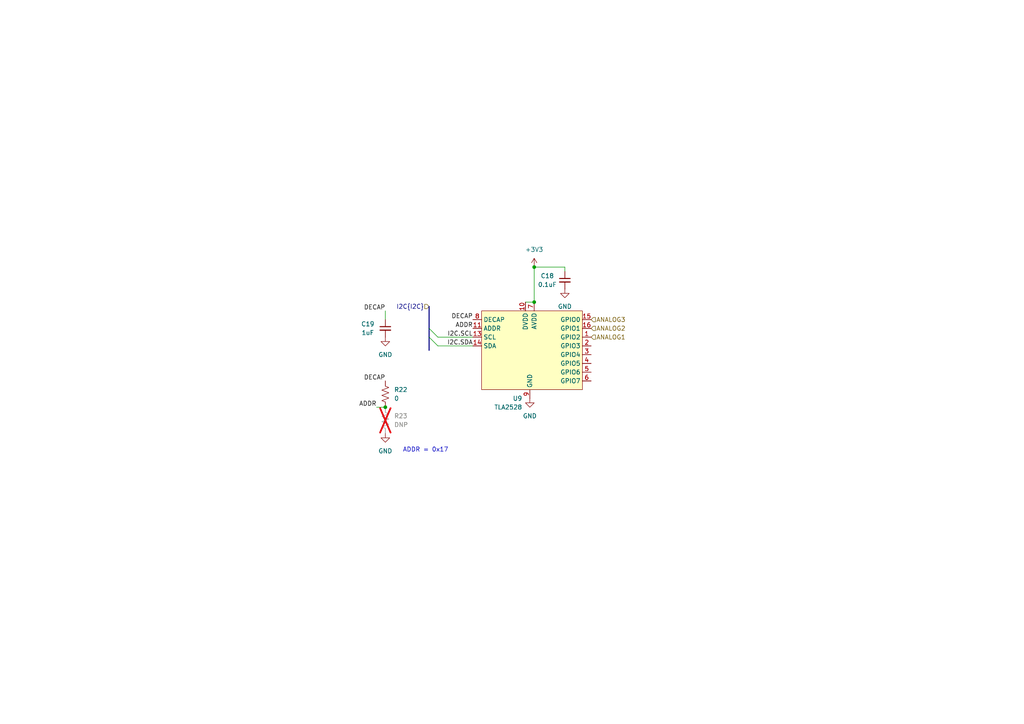
<source format=kicad_sch>
(kicad_sch (version 20231120) (generator "eeschema") (generator_version "8.0")
  (paper "A4")
  (lib_symbols
    (symbol "Device:C_Small" (pin_numbers hide) (pin_names (offset 0.254) hide)
      (property "Reference" "C" (at 0.254 1.778 0))
      (property "Value" "C_Small" (at 0.254 -2.032 0))
      (symbol "C_Small_0_1"
        (polyline (pts (xy -1.524 -0.508) (xy 1.524 -0.508)) (stroke (width 0.3302)))
        (polyline (pts (xy -1.524 0.508) (xy 1.524 0.508)) (stroke (width 0.3048)))
      )
      (symbol "C_Small_1_1"
        (pin passive line (at 0 2.54 270) (length 2.032) (name "~") (number "1"))
        (pin passive line (at 0 -2.54 90) (length 2.032) (name "~") (number "2"))
      )
    )
    (symbol "Device:R_US" (pin_numbers hide) (pin_names (offset 0))
      (property "Reference" "R" (at 2.54 0 90))
      (property "Value" "R_US" (at -2.54 0 90))
      (symbol "R_US_0_1"
        (polyline (pts (xy 0 -2.286) (xy 0 -2.54)))
        (polyline (pts (xy 0 2.286) (xy 0 2.54)))
        (polyline (pts (xy 0 -0.762) (xy 1.016 -1.143) (xy 0 -1.524) (xy -1.016 -1.905) (xy 0 -2.286)))
        (polyline (pts (xy 0 0.762) (xy 1.016 0.381) (xy 0 0) (xy -1.016 -0.381) (xy 0 -0.762)))
        (polyline (pts (xy 0 2.286) (xy 1.016 1.905) (xy 0 1.524) (xy -1.016 1.143) (xy 0 0.762)))
      )
      (symbol "R_US_1_1"
        (pin passive line (at 0 3.81 270) (length 1.27) (name "~") (number "1"))
        (pin passive line (at 0 -3.81 90) (length 1.27) (name "~") (number "2"))
      )
    )
    (symbol "SJSU_common:TLA2528"
      (property "Reference" "U" (at -0.254 14.478 0))
      (property "Value" "TLA2528" (at 0 11.938 0))
      (symbol "TLA2528_1_1"
        (rectangle (start -15.24 3.81) (end 13.97 -19.05) (fill (type background)))
        (pin tri_state line (at -17.78 -3.81 0) (length 2.54) (name "GPIO2") (number "1"))
        (pin power_in line (at 1.27 6.35 270) (length 2.54) (name "DVDD") (number "10"))
        (pin input line (at 16.51 -1.27 180) (length 2.54) (name "ADDR") (number "11"))
        (pin no_connect non_logic (at 16.51 -16.51 180) (length 2.54) hide (name "NC") (number "12"))
        (pin open_collector line (at 16.51 -3.81 180) (length 2.54) (name "SCL") (number "13"))
        (pin open_collector line (at 16.51 -6.35 180) (length 2.54) (name "SDA") (number "14"))
        (pin tri_state line (at -17.78 1.27 0) (length 2.54) (name "GPIO0") (number "15"))
        (pin tri_state line (at -17.78 -1.27 0) (length 2.54) (name "GPIO1") (number "16"))
        (pin power_out line (at 0 -21.59 90) (length 2.54) hide (name "GND") (number "17"))
        (pin tri_state line (at -17.78 -6.35 0) (length 2.54) (name "GPIO3") (number "2"))
        (pin tri_state line (at -17.78 -8.89 0) (length 2.54) (name "GPIO4") (number "3"))
        (pin tri_state line (at -17.78 -11.43 0) (length 2.54) (name "GPIO5") (number "4"))
        (pin tri_state line (at -17.78 -13.97 0) (length 2.54) (name "GPIO6") (number "5"))
        (pin tri_state line (at -17.78 -16.51 0) (length 2.54) (name "GPIO7") (number "6"))
        (pin power_in line (at -1.27 6.35 270) (length 2.54) (name "AVDD") (number "7"))
        (pin passive line (at 16.51 1.27 180) (length 2.54) (name "DECAP") (number "8"))
        (pin power_out line (at 0 -21.59 90) (length 2.54) (name "GND") (number "9"))
      )
    )
    (symbol "power:+3V3" (power) (pin_numbers hide) (pin_names (offset 0) hide)
      (property "Value" "+3V3" (at 0 3.556 0))
      (symbol "+3V3_0_1"
        (polyline (pts (xy -0.762 1.27) (xy 0 2.54)))
        (polyline (pts (xy 0 0) (xy 0 2.54)))
        (polyline (pts (xy 0 2.54) (xy 0.762 1.27)))
      )
      (symbol "+3V3_1_1"
        (pin power_in line (at 0 0 90) (length 0) (name "~") (number "1"))
      )
    )
    (symbol "power:GND" (power) (pin_numbers hide) (pin_names (offset 0) hide)
      (property "Value" "GND" (at 0 -3.81 0))
      (symbol "GND_0_1"
        (polyline (pts (xy 0 0) (xy 0 -1.27) (xy 1.27 -1.27) (xy 0 -2.54) (xy -1.27 -1.27) (xy 0 -1.27)))
      )
      (symbol "GND_1_1"
        (pin power_in line (at 0 0 270) (length 0) (name "~") (number "1"))
      )
    )
  )
  (bus_alias "I2C" (members "SDA" "SCL"))
  (junction (at 154.94 87.63))
  (junction (at 154.94 77.47))
  (junction (at 111.76 118.11))
  (bus_entry (at 124.46 95.25) (size 2.54 2.54))
  (bus_entry (at 124.46 97.79) (size 2.54 2.54))
  (bus (pts (xy 124.46 95.25) (xy 124.46 97.79)))
  (wire (pts (xy 163.83 78.74) (xy 163.83 77.47)))
  (bus (pts (xy 124.46 97.79) (xy 124.46 101.6)))
  (wire (pts (xy 154.94 77.47) (xy 154.94 87.63)))
  (wire (pts (xy 127 100.33) (xy 137.16 100.33)))
  (wire (pts (xy 127 97.79) (xy 137.16 97.79)))
  (wire (pts (xy 163.83 77.47) (xy 154.94 77.47)))
  (wire (pts (xy 152.4 87.63) (xy 154.94 87.63)))
  (wire (pts (xy 109.22 118.11) (xy 111.76 118.11)))
  (bus (pts (xy 124.46 88.9) (xy 124.46 95.25)))
  (wire (pts (xy 111.76 90.17) (xy 111.76 92.71)))
  (text "ADDR = 0x17" (at 123.444 130.556 0) (effects (font (size 1.27 1.27))))
  (label "DECAP" (at 111.76 90.17 180))
  (label "ADDR" (at 137.16 95.25 180))
  (label "I2C.SCL" (at 137.16 97.79 180))
  (label "ADDR" (at 109.22 118.11 180))
  (label "DECAP" (at 111.76 110.49 180))
  (label "DECAP" (at 137.16 92.71 180))
  (label "I2C.SDA" (at 137.16 100.33 180))
  (hierarchical_label "ANALOG1" (shape input) (at 171.45 97.79 0))
  (hierarchical_label "ANALOG2" (shape input) (at 171.45 95.25 0))
  (hierarchical_label "I2C{I2C}" (shape input) (at 124.46 88.9 180))
  (hierarchical_label "ANALOG3" (shape input) (at 171.45 92.71 0))
  (symbol (lib_id "SJSU_common:TLA2528") (at 153.67 93.98 0) (mirror y) (unit 1)
    (property "Reference" "U9" (at 151.4759 115.57 0) (effects (justify left)))
    (property "Value" "TLA2528" (at 151.4759 118.11 0) (effects (justify left)))
    (property "Footprint" "Package_DFN_QFN:QFN-16-1EP_3x3mm_P0.5mm_EP1.7x1.7mm" (effects (hide yes)))
    (property "Datasheet" "https://www.ti.com/lit/ds/symlink/tla2528.pdf" (effects (hide yes)))
    (property "Description" "I2C GPIO and ADC" (effects (hide yes)))
  )
  (symbol (lib_id "power:GND") (at 111.76 97.79 0) (mirror y) (unit 1)
    (property "Reference" "#PWR069" (effects (hide yes)))
    (property "Value" "GND" (at 111.76 102.87 0))
    (property "Description" "Power symbol creates a global label with name \"GND\" , ground" (effects (hide yes)))
  )
  (symbol (lib_id "Device:R_US") (at 111.76 121.92 0) (unit 1) (dnp yes)
    (property "Reference" "R23" (at 114.3 120.6499 0) (effects (justify left)))
    (property "Value" "DNP" (at 114.3 123.1899 0) (effects (justify left)))
    (property "Footprint" "Resistor_SMD:R_0603_1608Metric" (effects (hide yes)))
    (property "Description" "Resistor, US symbol" (effects (hide yes)))
  )
  (symbol (lib_id "Device:C_Small") (at 111.76 95.25 0) (mirror y) (unit 1)
    (property "Reference" "C19" (at 106.6737 93.98 0))
    (property "Value" "1uF" (at 106.6737 96.52 0))
    (property "Footprint" "Capacitor_SMD:C_0603_1608Metric" (effects (hide yes)))
    (property "Description" "Unpolarized capacitor, small symbol" (effects (hide yes)))
  )
  (symbol (lib_id "Device:R_US") (at 111.76 114.3 0) (unit 1)
    (property "Reference" "R22" (at 114.3 113.0299 0) (effects (justify left)))
    (property "Value" "0" (at 114.3 115.5699 0) (effects (justify left)))
    (property "Footprint" "Resistor_SMD:R_0603_1608Metric" (effects (hide yes)))
    (property "Description" "Resistor, US symbol" (effects (hide yes)))
  )
  (symbol (lib_id "power:GND") (at 111.76 125.73 0) (mirror y) (unit 1)
    (property "Reference" "#PWR071" (effects (hide yes)))
    (property "Value" "GND" (at 111.76 130.81 0))
    (property "Description" "Power symbol creates a global label with name \"GND\" , ground" (effects (hide yes)))
  )
  (symbol (lib_id "power:GND") (at 163.83 83.82 0) (mirror y) (unit 1)
    (property "Reference" "#PWR067" (effects (hide yes)))
    (property "Value" "GND" (at 163.83 88.9 0))
    (property "Description" "Power symbol creates a global label with name \"GND\" , ground" (effects (hide yes)))
  )
  (symbol (lib_id "power:+3V3") (at 154.94 77.47 0) (mirror y) (unit 1)
    (property "Reference" "#PWR068" (effects (hide yes)))
    (property "Value" "+3V3" (at 154.94 72.39 0))
    (property "Description" "Power symbol creates a global label with name \"+3V3\"" (effects (hide yes)))
  )
  (symbol (lib_id "Device:C_Small") (at 163.83 81.28 0) (mirror y) (unit 1)
    (property "Reference" "C18" (at 158.7437 80.01 0))
    (property "Value" "0.1uF" (at 158.7437 82.55 0))
    (property "Footprint" "Capacitor_SMD:C_0603_1608Metric" (effects (hide yes)))
    (property "Description" "Unpolarized capacitor, small symbol" (effects (hide yes)))
  )
  (symbol (lib_id "power:GND") (at 153.67 115.57 0) (mirror y) (unit 1)
    (property "Reference" "#PWR070" (effects (hide yes)))
    (property "Value" "GND" (at 153.67 120.65 0))
    (property "Description" "Power symbol creates a global label with name \"GND\" , ground" (effects (hide yes)))
  )
)
</source>
